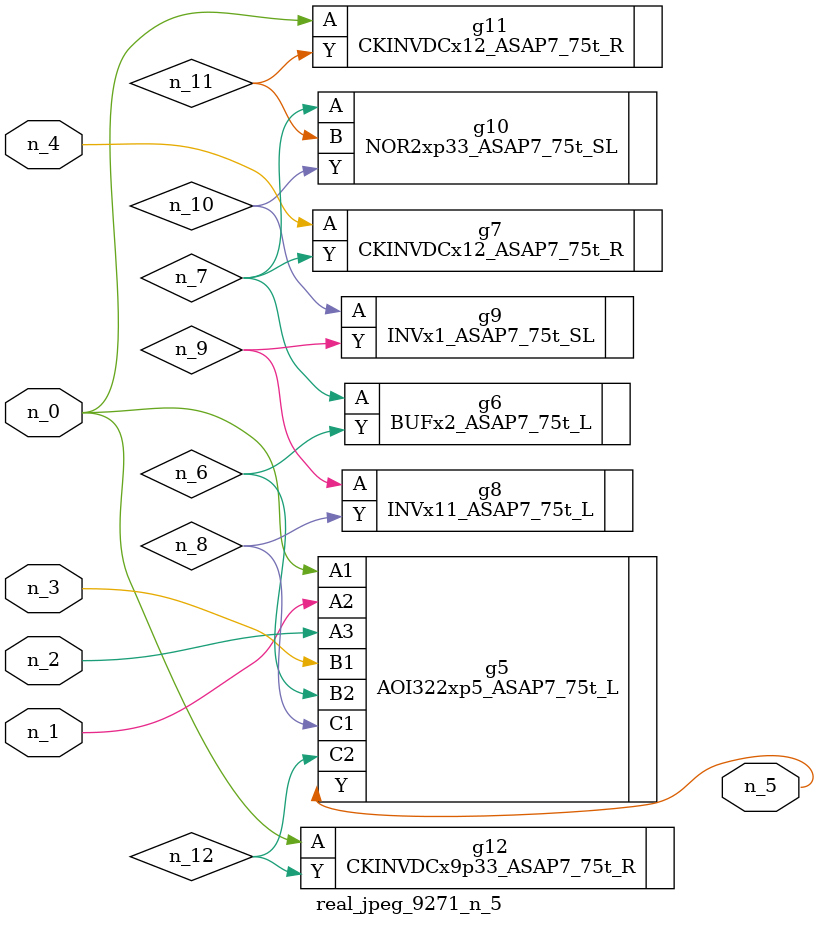
<source format=v>
module real_jpeg_9271_n_5 (n_4, n_0, n_1, n_2, n_3, n_5);

input n_4;
input n_0;
input n_1;
input n_2;
input n_3;

output n_5;

wire n_12;
wire n_8;
wire n_11;
wire n_6;
wire n_7;
wire n_10;
wire n_9;

AOI322xp5_ASAP7_75t_L g5 ( 
.A1(n_0),
.A2(n_1),
.A3(n_2),
.B1(n_3),
.B2(n_6),
.C1(n_8),
.C2(n_12),
.Y(n_5)
);

CKINVDCx12_ASAP7_75t_R g11 ( 
.A(n_0),
.Y(n_11)
);

CKINVDCx9p33_ASAP7_75t_R g12 ( 
.A(n_0),
.Y(n_12)
);

CKINVDCx12_ASAP7_75t_R g7 ( 
.A(n_4),
.Y(n_7)
);

BUFx2_ASAP7_75t_L g6 ( 
.A(n_7),
.Y(n_6)
);

NOR2xp33_ASAP7_75t_SL g10 ( 
.A(n_7),
.B(n_11),
.Y(n_10)
);

INVx11_ASAP7_75t_L g8 ( 
.A(n_9),
.Y(n_8)
);

INVx1_ASAP7_75t_SL g9 ( 
.A(n_10),
.Y(n_9)
);


endmodule
</source>
